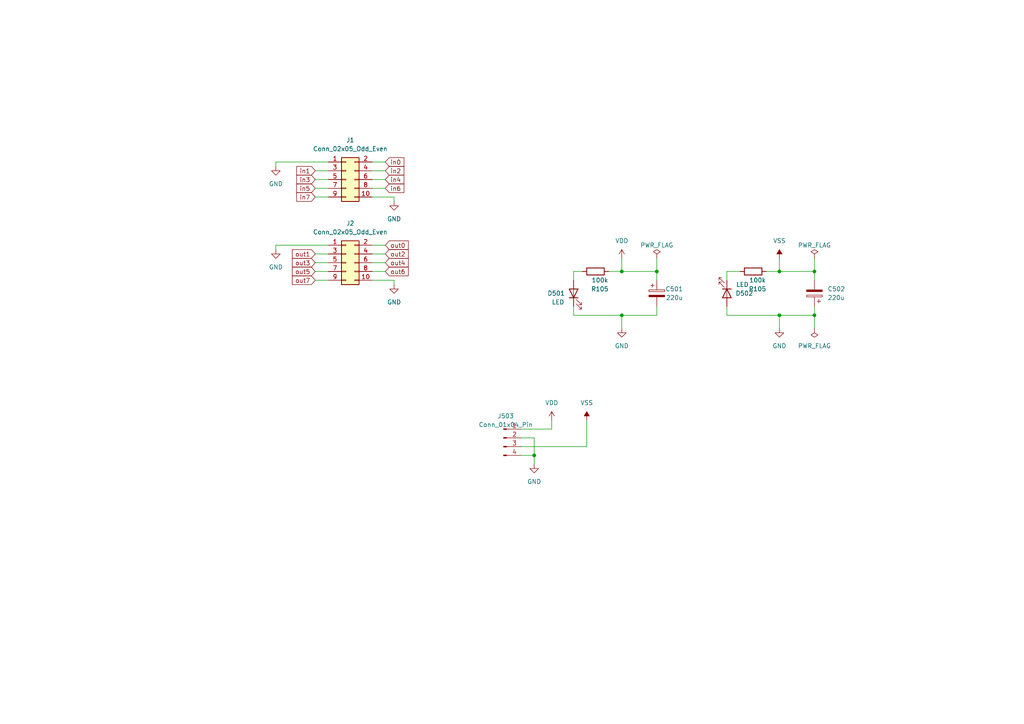
<source format=kicad_sch>
(kicad_sch (version 20230121) (generator eeschema)
  (paper "A4")
  (lib_symbols
    (symbol "Connector:Conn_01x04_Pin" (pin_names (offset 1.016) hide)
      (property "Reference" "J" (at 0 5.08 0))
      (property "Value" "Conn_01x04_Pin" (at 0 -7.62 0))
      (symbol "Conn_01x04_Pin_1_1"
        (polyline (pts (xy 1.27 -5.08) (xy 0.8636 -5.08)) (stroke (width 0.1524)))
        (polyline (pts (xy 1.27 -2.54) (xy 0.8636 -2.54)) (stroke (width 0.1524)))
        (polyline (pts (xy 1.27 0) (xy 0.8636 0)) (stroke (width 0.1524)))
        (polyline (pts (xy 1.27 2.54) (xy 0.8636 2.54)) (stroke (width 0.1524)))
        (rectangle (start 0.8636 -4.953) (end 0 -5.207) (stroke (width 0.1524)) (fill (type outline)))
        (rectangle (start 0.8636 -2.413) (end 0 -2.667) (stroke (width 0.1524)) (fill (type outline)))
        (rectangle (start 0.8636 0.127) (end 0 -0.127) (stroke (width 0.1524)) (fill (type outline)))
        (rectangle (start 0.8636 2.667) (end 0 2.413) (stroke (width 0.1524)) (fill (type outline)))
        (pin passive line (at 5.08 2.54 180) (length 3.81) (name "Pin_1") (number "1"))
        (pin passive line (at 5.08 0 180) (length 3.81) (name "Pin_2") (number "2"))
        (pin passive line (at 5.08 -2.54 180) (length 3.81) (name "Pin_3") (number "3"))
        (pin passive line (at 5.08 -5.08 180) (length 3.81) (name "Pin_4") (number "4"))
      )
    )
    (symbol "Connector_Generic:Conn_02x05_Odd_Even" (pin_names (offset 1.016) hide)
      (property "Reference" "J" (at 1.27 7.62 0))
      (property "Value" "Conn_02x05_Odd_Even" (at 1.27 -7.62 0))
      (symbol "Conn_02x05_Odd_Even_1_1"
        (rectangle (start -1.27 -4.953) (end 0 -5.207) (stroke (width 0.1524)))
        (rectangle (start -1.27 -2.413) (end 0 -2.667) (stroke (width 0.1524)))
        (rectangle (start -1.27 0.127) (end 0 -0.127) (stroke (width 0.1524)))
        (rectangle (start -1.27 2.667) (end 0 2.413) (stroke (width 0.1524)))
        (rectangle (start -1.27 5.207) (end 0 4.953) (stroke (width 0.1524)))
        (rectangle (start -1.27 6.35) (end 3.81 -6.35) (stroke (width 0.254)) (fill (type background)))
        (rectangle (start 3.81 -4.953) (end 2.54 -5.207) (stroke (width 0.1524)))
        (rectangle (start 3.81 -2.413) (end 2.54 -2.667) (stroke (width 0.1524)))
        (rectangle (start 3.81 0.127) (end 2.54 -0.127) (stroke (width 0.1524)))
        (rectangle (start 3.81 2.667) (end 2.54 2.413) (stroke (width 0.1524)))
        (rectangle (start 3.81 5.207) (end 2.54 4.953) (stroke (width 0.1524)))
        (pin passive line (at -5.08 5.08 0) (length 3.81) (name "Pin_1") (number "1"))
        (pin passive line (at 7.62 -5.08 180) (length 3.81) (name "Pin_10") (number "10"))
        (pin passive line (at 7.62 5.08 180) (length 3.81) (name "Pin_2") (number "2"))
        (pin passive line (at -5.08 2.54 0) (length 3.81) (name "Pin_3") (number "3"))
        (pin passive line (at 7.62 2.54 180) (length 3.81) (name "Pin_4") (number "4"))
        (pin passive line (at -5.08 0 0) (length 3.81) (name "Pin_5") (number "5"))
        (pin passive line (at 7.62 0 180) (length 3.81) (name "Pin_6") (number "6"))
        (pin passive line (at -5.08 -2.54 0) (length 3.81) (name "Pin_7") (number "7"))
        (pin passive line (at 7.62 -2.54 180) (length 3.81) (name "Pin_8") (number "8"))
        (pin passive line (at -5.08 -5.08 0) (length 3.81) (name "Pin_9") (number "9"))
      )
    )
    (symbol "Device:C_Polarized" (pin_numbers hide) (pin_names (offset 0.254))
      (property "Reference" "C" (at 0.635 2.54 0))
      (property "Value" "C_Polarized" (at 0.635 -2.54 0))
      (symbol "C_Polarized_0_1"
        (rectangle (start -2.286 0.508) (end 2.286 1.016))
        (polyline (pts (xy -1.778 2.286) (xy -0.762 2.286)))
        (polyline (pts (xy -1.27 2.794) (xy -1.27 1.778)))
        (rectangle (start 2.286 -0.508) (end -2.286 -1.016) (fill (type outline)))
      )
      (symbol "C_Polarized_1_1"
        (pin passive line (at 0 3.81 270) (length 2.794) (name "~") (number "1"))
        (pin passive line (at 0 -3.81 90) (length 2.794) (name "~") (number "2"))
      )
    )
    (symbol "Device:LED" (pin_numbers hide) (pin_names (offset 1.016) hide)
      (property "Reference" "D" (at 0 2.54 0))
      (property "Value" "LED" (at 0 -2.54 0))
      (symbol "LED_0_1"
        (polyline (pts (xy -1.27 -1.27) (xy -1.27 1.27)) (stroke (width 0.254)))
        (polyline (pts (xy -1.27 0) (xy 1.27 0)))
        (polyline (pts (xy 1.27 -1.27) (xy 1.27 1.27) (xy -1.27 0) (xy 1.27 -1.27)) (stroke (width 0.254)))
        (polyline (pts (xy -3.048 -0.762) (xy -4.572 -2.286) (xy -3.81 -2.286) (xy -4.572 -2.286) (xy -4.572 -1.524)))
        (polyline (pts (xy -1.778 -0.762) (xy -3.302 -2.286) (xy -2.54 -2.286) (xy -3.302 -2.286) (xy -3.302 -1.524)))
      )
      (symbol "LED_1_1"
        (pin passive line (at -3.81 0 0) (length 2.54) (name "K") (number "1"))
        (pin passive line (at 3.81 0 180) (length 2.54) (name "A") (number "2"))
      )
    )
    (symbol "Device:R" (pin_numbers hide) (pin_names (offset 0))
      (property "Reference" "R" (at 2.032 0 90))
      (property "Value" "R" (at 0 0 90))
      (symbol "R_0_1"
        (rectangle (start -1.016 -2.54) (end 1.016 2.54) (stroke (width 0.254)))
      )
      (symbol "R_1_1"
        (pin passive line (at 0 3.81 270) (length 1.27) (name "~") (number "1"))
        (pin passive line (at 0 -3.81 90) (length 1.27) (name "~") (number "2"))
      )
    )
    (symbol "power:GND" (power) (pin_names (offset 0))
      (property "Value" "GND" (at 0 -3.81 0))
      (symbol "GND_0_1"
        (polyline (pts (xy 0 0) (xy 0 -1.27) (xy 1.27 -1.27) (xy 0 -2.54) (xy -1.27 -1.27) (xy 0 -1.27)))
      )
      (symbol "GND_1_1"
        (pin power_in line (at 0 0 270) (length 0) hide (name "GND") (number "1"))
      )
    )
    (symbol "power:PWR_FLAG" (power) (pin_numbers hide) (pin_names (offset 0) hide)
      (property "Value" "PWR_FLAG" (at 0 3.81 0))
      (symbol "PWR_FLAG_0_0"
        (pin power_out line (at 0 0 90) (length 0) (name "pwr") (number "1"))
      )
      (symbol "PWR_FLAG_0_1"
        (polyline (pts (xy 0 0) (xy 0 1.27) (xy -1.016 1.905) (xy 0 2.54) (xy 1.016 1.905) (xy 0 1.27)))
      )
    )
    (symbol "power:VDD" (power) (pin_names (offset 0))
      (property "Value" "VDD" (at 0 3.81 0))
      (symbol "VDD_0_1"
        (polyline (pts (xy -0.762 1.27) (xy 0 2.54)))
        (polyline (pts (xy 0 0) (xy 0 2.54)))
        (polyline (pts (xy 0 2.54) (xy 0.762 1.27)))
      )
      (symbol "VDD_1_1"
        (pin power_in line (at 0 0 90) (length 0) hide (name "VDD") (number "1"))
      )
    )
    (symbol "power:VSS" (power) (pin_names (offset 0))
      (property "Value" "VSS" (at 0 3.81 0))
      (symbol "VSS_0_1"
        (polyline (pts (xy 0 0) (xy 0 2.54)))
        (polyline (pts (xy 0.762 1.27) (xy -0.762 1.27) (xy 0 2.54) (xy 0.762 1.27)) (fill (type outline)))
      )
      (symbol "VSS_1_1"
        (pin power_in line (at 0 0 90) (length 0) hide (name "VSS") (number "1"))
      )
    )
  )
  (junction (at 236.22 78.74))
  (junction (at 190.5 78.74))
  (junction (at 236.22 91.44))
  (junction (at 180.34 91.44))
  (junction (at 226.06 91.44))
  (junction (at 226.06 78.74))
  (junction (at 154.94 132.08))
  (junction (at 180.34 78.74))
  (wire (pts (xy 95.25 78.74) (xy 91.44 78.74)))
  (wire (pts (xy 210.82 91.44) (xy 226.06 91.44)))
  (wire (pts (xy 236.22 88.9) (xy 236.22 91.44)))
  (wire (pts (xy 95.25 46.99) (xy 80.01 46.99)))
  (wire (pts (xy 226.06 74.93) (xy 226.06 78.74)))
  (wire (pts (xy 111.76 78.74) (xy 107.95 78.74)))
  (wire (pts (xy 111.76 46.99) (xy 107.95 46.99)))
  (wire (pts (xy 95.25 54.61) (xy 91.44 54.61)))
  (wire (pts (xy 111.76 52.07) (xy 107.95 52.07)))
  (wire (pts (xy 210.82 78.74) (xy 210.82 81.28)))
  (wire (pts (xy 151.13 129.54) (xy 170.18 129.54)))
  (wire (pts (xy 166.37 88.9) (xy 166.37 91.44)))
  (wire (pts (xy 190.5 91.44) (xy 190.5 88.9)))
  (wire (pts (xy 236.22 91.44) (xy 236.22 95.25)))
  (wire (pts (xy 107.95 81.28) (xy 114.3 81.28)))
  (wire (pts (xy 180.34 91.44) (xy 180.34 95.25)))
  (wire (pts (xy 176.53 78.74) (xy 180.34 78.74)))
  (wire (pts (xy 180.34 74.93) (xy 180.34 78.74)))
  (wire (pts (xy 170.18 129.54) (xy 170.18 121.92)))
  (wire (pts (xy 111.76 71.12) (xy 107.95 71.12)))
  (wire (pts (xy 236.22 74.93) (xy 236.22 78.74)))
  (wire (pts (xy 111.76 49.53) (xy 107.95 49.53)))
  (wire (pts (xy 114.3 57.15) (xy 114.3 58.42)))
  (wire (pts (xy 154.94 132.08) (xy 154.94 134.62)))
  (wire (pts (xy 111.76 76.2) (xy 107.95 76.2)))
  (wire (pts (xy 95.25 71.12) (xy 80.01 71.12)))
  (wire (pts (xy 114.3 81.28) (xy 114.3 82.55)))
  (wire (pts (xy 180.34 78.74) (xy 190.5 78.74)))
  (wire (pts (xy 190.5 74.93) (xy 190.5 78.74)))
  (wire (pts (xy 95.25 73.66) (xy 91.44 73.66)))
  (wire (pts (xy 226.06 78.74) (xy 236.22 78.74)))
  (wire (pts (xy 166.37 91.44) (xy 180.34 91.44)))
  (wire (pts (xy 95.25 76.2) (xy 91.44 76.2)))
  (wire (pts (xy 151.13 124.46) (xy 160.02 124.46)))
  (wire (pts (xy 111.76 54.61) (xy 107.95 54.61)))
  (wire (pts (xy 151.13 127) (xy 154.94 127)))
  (wire (pts (xy 80.01 46.99) (xy 80.01 48.26)))
  (wire (pts (xy 180.34 91.44) (xy 190.5 91.44)))
  (wire (pts (xy 210.82 88.9) (xy 210.82 91.44)))
  (wire (pts (xy 107.95 57.15) (xy 114.3 57.15)))
  (wire (pts (xy 226.06 91.44) (xy 236.22 91.44)))
  (wire (pts (xy 190.5 78.74) (xy 190.5 81.28)))
  (wire (pts (xy 95.25 49.53) (xy 91.44 49.53)))
  (wire (pts (xy 95.25 81.28) (xy 91.44 81.28)))
  (wire (pts (xy 154.94 127) (xy 154.94 132.08)))
  (wire (pts (xy 168.91 78.74) (xy 166.37 78.74)))
  (wire (pts (xy 95.25 57.15) (xy 91.44 57.15)))
  (wire (pts (xy 166.37 78.74) (xy 166.37 81.28)))
  (wire (pts (xy 222.25 78.74) (xy 226.06 78.74)))
  (wire (pts (xy 111.76 73.66) (xy 107.95 73.66)))
  (wire (pts (xy 95.25 52.07) (xy 91.44 52.07)))
  (wire (pts (xy 80.01 71.12) (xy 80.01 72.39)))
  (wire (pts (xy 236.22 78.74) (xy 236.22 81.28)))
  (wire (pts (xy 151.13 132.08) (xy 154.94 132.08)))
  (wire (pts (xy 214.63 78.74) (xy 210.82 78.74)))
  (wire (pts (xy 160.02 124.46) (xy 160.02 121.92)))
  (wire (pts (xy 226.06 91.44) (xy 226.06 95.25)))
  (global_label "in6" (shape input) (at 111.76 54.61 0) (property "Intersheetrefs" "${INTERSHEET_REFS}" (effects hide)))
  (global_label "out6" (shape input) (at 111.76 78.74 0) (property "Intersheetrefs" "${INTERSHEET_REFS}" (effects hide)))
  (global_label "out0" (shape input) (at 111.76 71.12 0) (property "Intersheetrefs" "${INTERSHEET_REFS}" (effects hide)))
  (global_label "in4" (shape input) (at 111.76 52.07 0) (property "Intersheetrefs" "${INTERSHEET_REFS}" (effects hide)))
  (global_label "in5" (shape input) (at 91.44 54.61 180) (property "Intersheetrefs" "${INTERSHEET_REFS}" (effects hide)))
  (global_label "out2" (shape input) (at 111.76 73.66 0) (property "Intersheetrefs" "${INTERSHEET_REFS}" (effects hide)))
  (global_label "in1" (shape input) (at 91.44 49.53 180) (property "Intersheetrefs" "${INTERSHEET_REFS}" (effects hide)))
  (global_label "out7" (shape input) (at 91.44 81.28 180) (property "Intersheetrefs" "${INTERSHEET_REFS}" (effects hide)))
  (global_label "out5" (shape input) (at 91.44 78.74 180) (property "Intersheetrefs" "${INTERSHEET_REFS}" (effects hide)))
  (global_label "in7" (shape input) (at 91.44 57.15 180) (property "Intersheetrefs" "${INTERSHEET_REFS}" (effects hide)))
  (global_label "out1" (shape input) (at 91.44 73.66 180) (property "Intersheetrefs" "${INTERSHEET_REFS}" (effects hide)))
  (global_label "out3" (shape input) (at 91.44 76.2 180) (property "Intersheetrefs" "${INTERSHEET_REFS}" (effects hide)))
  (global_label "in0" (shape input) (at 111.76 46.99 0) (property "Intersheetrefs" "${INTERSHEET_REFS}" (effects hide)))
  (global_label "out4" (shape input) (at 111.76 76.2 0) (property "Intersheetrefs" "${INTERSHEET_REFS}" (effects hide)))
  (global_label "in3" (shape input) (at 91.44 52.07 180) (property "Intersheetrefs" "${INTERSHEET_REFS}" (effects hide)))
  (global_label "in2" (shape input) (at 111.76 49.53 0) (property "Intersheetrefs" "${INTERSHEET_REFS}" (effects hide)))
  (symbol (lib_id "power:VSS") (at 226.06 74.93 0) (unit 1)
    (property "Reference" "#PWR010" (effects hide))
    (property "Value" "VSS" (at 226.06 69.85 0))
  )
  (symbol (lib_id "power:GND") (at 154.94 134.62 0) (unit 1)
    (property "Reference" "#PWR0502" (effects hide))
    (property "Value" "GND" (at 154.94 139.7 0))
    (instances (project "amp_green_island" (path "" (reference "#PWR0502") (unit 1))) (project "buffy" (path "" (reference "#PWR05") (unit 1))))
  )
  (symbol (lib_id "Device:R") (at 172.72 78.74 270) (unit 1)
    (property "Reference" "R105" (at 173.99 83.82 90))
    (property "Value" "100k" (at 173.99 81.28 90))
    (property "Footprint" "Resistor_SMD:R_0805_2012Metric_Pad1.20x1.40mm_HandSolder" (effects hide))
    (instances (project "amp_green_island" (path "" (reference "R105") (unit 1)) (path "" (reference "R503") (unit 1))) (project "buffy" (path "" (reference "R1") (unit 1))))
  )
  (symbol (lib_id "power:GND") (at 114.3 82.55 0) (unit 1)
    (property "Reference" "#PWR0102" (effects hide))
    (property "Value" "GND" (at 114.3 87.63 0))
    (instances (project "amp_green_island" (path "" (reference "#PWR0102") (unit 1)) (path "" (reference "#PWR0506") (unit 1))) (project "buffy" (path "" (reference "#PWR04") (unit 1))))
  )
  (symbol (lib_id "Connector:Conn_01x04_Pin") (at 146.05 127 0) (unit 1)
    (property "Reference" "J503" (at 146.685 120.65 0))
    (property "Value" "Conn_01x04_Pin" (at 146.685 123.19 0))
    (property "Footprint" "Connector_TE-Connectivity:TE_Micro-MaTch_215079-4_2x02_P1.27mm_Vertical" (effects hide))
    (instances (project "amp_green_island" (path "" (reference "J503") (unit 1))) (project "buffy" (path "" (reference "J3") (unit 1))))
  )
  (symbol (lib_id "power:PWR_FLAG") (at 236.22 74.93 0) (unit 1)
    (property "Reference" "#FLG0102" (effects hide))
    (property "Value" "PWR_FLAG" (at 236.22 71.12 0))
    (instances (project "amp_green_island" (path "" (reference "#FLG0102") (unit 1)) (path "" (reference "#FLG0502") (unit 1))) (project "buffy" (path "" (reference "#FLG02") (unit 1))))
  )
  (symbol (lib_id "power:GND") (at 180.34 95.25 0) (unit 1)
    (property "Reference" "#PWR0102" (effects hide))
    (property "Value" "GND" (at 180.34 100.33 0))
    (instances (project "amp_green_island" (path "" (reference "#PWR0102") (unit 1)) (path "" (reference "#PWR0506") (unit 1))) (project "buffy" (path "" (reference "#PWR09") (unit 1))))
  )
  (symbol (lib_id "Connector_Generic:Conn_02x05_Odd_Even") (at 100.33 52.07 0) (unit 1)
    (property "Reference" "J1" (at 101.6 40.64 0))
    (property "Value" "Conn_02x05_Odd_Even" (at 101.6 43.18 0))
    (property "Footprint" "Connector_PinHeader_2.54mm:PinHeader_2x05_P2.54mm_Horizontal" (effects hide))
  )
  (symbol (lib_id "Device:C_Polarized") (at 236.22 85.09 180) (unit 1)
    (property "Reference" "C502" (at 240.03 83.82 0) (effects (justify right)))
    (property "Value" "220u" (at 240.03 86.36 0) (effects (justify right)))
    (property "Footprint" "Capacitor_SMD:C_Elec_8x10.2" (effects hide))
    (instances (project "amp_green_island" (path "" (reference "C502") (unit 1))) (project "buffy" (path "" (reference "C2") (unit 1))))
  )
  (symbol (lib_id "Connector_Generic:Conn_02x05_Odd_Even") (at 100.33 76.2 0) (unit 1)
    (property "Reference" "J2" (at 101.6 64.77 0))
    (property "Value" "Conn_02x05_Odd_Even" (at 101.6 67.31 0))
    (property "Footprint" "Connector_PinHeader_2.54mm:PinHeader_2x05_P2.54mm_Horizontal" (effects hide))
  )
  (symbol (lib_id "Device:LED") (at 166.37 85.09 90) (unit 1)
    (property "Reference" "D501" (at 158.75 85.09 90) (effects (justify right)))
    (property "Value" "LED" (at 160.02 87.63 90) (effects (justify right)))
    (property "Footprint" "LED_SMD:LED_0805_2012Metric_Pad1.15x1.40mm_HandSolder" (effects hide))
    (instances (project "amp_green_island" (path "" (reference "D501") (unit 1))) (project "buffy" (path "" (reference "D1") (unit 1))))
  )
  (symbol (lib_id "Device:C_Polarized") (at 190.5 85.09 0) (unit 1)
    (property "Reference" "C501" (at 198.12 83.82 0) (effects (justify right)))
    (property "Value" "220u" (at 198.12 86.36 0) (effects (justify right)))
    (property "Footprint" "Capacitor_SMD:C_Elec_8x10.2" (effects hide))
    (instances (project "amp_green_island" (path "" (reference "C501") (unit 1))) (project "buffy" (path "" (reference "C1") (unit 1))))
  )
  (symbol (lib_id "power:PWR_FLAG") (at 236.22 95.25 180) (unit 1)
    (property "Reference" "#FLG0103" (effects hide))
    (property "Value" "PWR_FLAG" (at 236.22 100.33 0))
    (instances (project "amp_green_island" (path "" (reference "#FLG0103") (unit 1)) (path "" (reference "#FLG0503") (unit 1))) (project "buffy" (path "" (reference "#FLG03") (unit 1))))
  )
  (symbol (lib_id "power:VDD") (at 180.34 74.93 0) (unit 1)
    (property "Reference" "#PWR08" (effects hide))
    (property "Value" "VDD" (at 180.34 69.85 0))
  )
  (symbol (lib_id "power:GND") (at 114.3 58.42 0) (unit 1)
    (property "Reference" "#PWR0102" (effects hide))
    (property "Value" "GND" (at 114.3 63.5 0))
    (instances (project "amp_green_island" (path "" (reference "#PWR0102") (unit 1)) (path "" (reference "#PWR0506") (unit 1))) (project "buffy" (path "" (reference "#PWR03") (unit 1))))
  )
  (symbol (lib_id "power:GND") (at 80.01 48.26 0) (unit 1)
    (property "Reference" "#PWR0102" (effects hide))
    (property "Value" "GND" (at 80.01 53.34 0))
    (instances (project "amp_green_island" (path "" (reference "#PWR0102") (unit 1)) (path "" (reference "#PWR0506") (unit 1))) (project "buffy" (path "" (reference "#PWR01") (unit 1))))
  )
  (symbol (lib_id "power:PWR_FLAG") (at 190.5 74.93 0) (unit 1)
    (property "Reference" "#FLG0101" (effects hide))
    (property "Value" "PWR_FLAG" (at 190.5 71.12 0))
    (instances (project "amp_green_island" (path "" (reference "#FLG0101") (unit 1)) (path "" (reference "#FLG0501") (unit 1))) (project "buffy" (path "" (reference "#FLG01") (unit 1))))
  )
  (symbol (lib_id "Device:LED") (at 210.82 85.09 270) (unit 1)
    (property "Reference" "D502" (at 218.44 85.09 90) (effects (justify right)))
    (property "Value" "LED" (at 217.17 82.55 90) (effects (justify right)))
    (property "Footprint" "LED_SMD:LED_0805_2012Metric_Pad1.15x1.40mm_HandSolder" (effects hide))
    (instances (project "amp_green_island" (path "" (reference "D502") (unit 1))) (project "buffy" (path "" (reference "D2") (unit 1))))
  )
  (symbol (lib_id "power:GND") (at 226.06 95.25 0) (unit 1)
    (property "Reference" "#PWR0108" (effects hide))
    (property "Value" "GND" (at 226.06 100.33 0))
    (instances (project "amp_green_island" (path "" (reference "#PWR0108") (unit 1)) (path "" (reference "#PWR0508") (unit 1))) (project "buffy" (path "" (reference "#PWR011") (unit 1))))
  )
  (symbol (lib_id "power:VSS") (at 170.18 121.92 0) (unit 1)
    (property "Reference" "#PWR07" (effects hide))
    (property "Value" "VSS" (at 170.18 116.84 0))
  )
  (symbol (lib_id "power:GND") (at 80.01 72.39 0) (unit 1)
    (property "Reference" "#PWR0102" (effects hide))
    (property "Value" "GND" (at 80.01 77.47 0))
    (instances (project "amp_green_island" (path "" (reference "#PWR0102") (unit 1)) (path "" (reference "#PWR0506") (unit 1))) (project "buffy" (path "" (reference "#PWR02") (unit 1))))
  )
  (symbol (lib_id "Device:R") (at 218.44 78.74 270) (unit 1)
    (property "Reference" "R105" (at 219.71 83.82 90))
    (property "Value" "100k" (at 219.71 81.28 90))
    (property "Footprint" "Resistor_SMD:R_0805_2012Metric_Pad1.20x1.40mm_HandSolder" (effects hide))
    (instances (project "amp_green_island" (path "" (reference "R105") (unit 1)) (path "" (reference "R504") (unit 1))) (project "buffy" (path "" (reference "R2") (unit 1))))
  )
  (symbol (lib_id "power:VDD") (at 160.02 121.92 0) (unit 1)
    (property "Reference" "#PWR06" (effects hide))
    (property "Value" "VDD" (at 160.02 116.84 0))
  )
)
</source>
